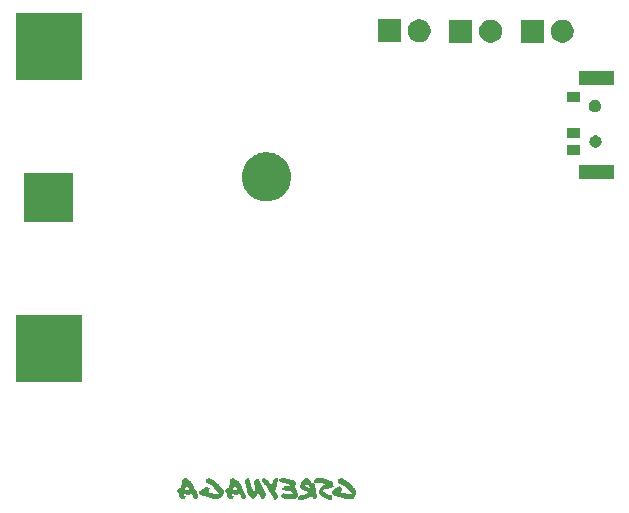
<source format=gbs>
G04 #@! TF.GenerationSoftware,KiCad,Pcbnew,6.0.0-rc1-unknown-5b3202d~66~ubuntu16.04.1*
G04 #@! TF.CreationDate,2018-12-07T08:51:36-07:00
G04 #@! TF.ProjectId,MakerCozumel,4d616b65-7243-46f7-9a75-6d656c2e6b69,rev?*
G04 #@! TF.SameCoordinates,Original*
G04 #@! TF.FileFunction,Soldermask,Bot*
G04 #@! TF.FilePolarity,Negative*
%FSLAX46Y46*%
G04 Gerber Fmt 4.6, Leading zero omitted, Abs format (unit mm)*
G04 Created by KiCad (PCBNEW 6.0.0-rc1-unknown-5b3202d~66~ubuntu16.04.1) date Fri 07 Dec 2018 08:51:36 AM MST*
%MOMM*%
%LPD*%
G04 APERTURE LIST*
%ADD10C,0.100000*%
G04 APERTURE END LIST*
D10*
G04 #@! TO.C,svg2mod*
G36*
X131042127Y-125450380D02*
G01*
X131890797Y-124942327D01*
X131732201Y-124930580D01*
X131570669Y-124904146D01*
X131614725Y-124722055D01*
X131664651Y-124531153D01*
X131682274Y-124560522D01*
X131796815Y-124698558D01*
X131887860Y-124842470D01*
X131923105Y-124895337D01*
X131955409Y-124948205D01*
X131923105Y-124945282D01*
X131890795Y-124942359D01*
X131890797Y-124942327D01*
X131042127Y-125450380D01*
X131094994Y-125553174D01*
X131174293Y-125644219D01*
X131274149Y-125708832D01*
X131391628Y-125738201D01*
X131444495Y-125717644D01*
X131470929Y-125700021D01*
X131488551Y-125691210D01*
X131500297Y-125682399D01*
X131535542Y-125667711D01*
X131523796Y-125629531D01*
X131526719Y-125594286D01*
X131561964Y-125556106D01*
X131579586Y-125538484D01*
X131594274Y-125520861D01*
X131644200Y-125465059D01*
X131564903Y-125444501D01*
X131467983Y-125391634D01*
X131447425Y-125282966D01*
X131547282Y-125280044D01*
X131626579Y-125300601D01*
X131735247Y-125327035D01*
X131852726Y-125335846D01*
X131896782Y-125335846D01*
X131940838Y-125330000D01*
X131970207Y-125324155D01*
X131981953Y-125288910D01*
X131993699Y-125277163D01*
X132026009Y-125238983D01*
X132031855Y-125174370D01*
X132049478Y-125121503D01*
X132075911Y-125194927D01*
X132087658Y-125224296D01*
X132117026Y-125230142D01*
X132125838Y-125244829D01*
X132128760Y-125259516D01*
X132143448Y-125309443D01*
X132155194Y-125321189D01*
X132166940Y-125330000D01*
X132181628Y-125382868D01*
X132199250Y-125432794D01*
X132225684Y-125509155D01*
X132231530Y-125579641D01*
X132243276Y-125611951D01*
X132275586Y-125641320D01*
X132310831Y-125658943D01*
X132328453Y-125670689D01*
X132343141Y-125676535D01*
X132351952Y-125708838D01*
X132387197Y-125714684D01*
X132434188Y-125723495D01*
X132463557Y-125726418D01*
X132492926Y-125723495D01*
X132542852Y-125682380D01*
X132583967Y-125650070D01*
X132613336Y-125597203D01*
X132619182Y-125564899D01*
X132625027Y-125535530D01*
X132633839Y-125517908D01*
X132672019Y-125482663D01*
X132639709Y-125456229D01*
X132636786Y-125406303D01*
X132513434Y-125118481D01*
X132375397Y-124836533D01*
X132331340Y-124742551D01*
X132284349Y-124648568D01*
X132287272Y-124628011D01*
X132281426Y-124601577D01*
X132228559Y-124513468D01*
X132187444Y-124431233D01*
X132140452Y-124334313D01*
X132075839Y-124237394D01*
X132028848Y-124216836D01*
X132008291Y-124210991D01*
X131981857Y-124205145D01*
X131937801Y-124210991D01*
X131793890Y-124105260D01*
X131667601Y-123937853D01*
X131638232Y-123896738D01*
X131600052Y-123920231D01*
X131558937Y-123937853D01*
X131503134Y-123952541D01*
X131403278Y-123978974D01*
X131326917Y-124023031D01*
X131306359Y-124093517D01*
X131297548Y-124140509D01*
X131282861Y-124240365D01*
X131271115Y-124351969D01*
X131247616Y-124451826D01*
X131227058Y-124548745D01*
X131197690Y-124686783D01*
X131159510Y-124810135D01*
X131130141Y-124813058D01*
X131100772Y-124804246D01*
X131062592Y-124798401D01*
X131030288Y-124795478D01*
X131018542Y-124824847D01*
X130989173Y-124854215D01*
X130933371Y-124871838D01*
X130901061Y-124898272D01*
X130877568Y-124915894D01*
X130833512Y-124933516D01*
X130857005Y-124977573D01*
X130942176Y-125080366D01*
X131062592Y-125159664D01*
X131059669Y-125194909D01*
X131050858Y-125227213D01*
X131036170Y-125330006D01*
X131036170Y-125438674D01*
X131042016Y-125450420D01*
X131042127Y-125450380D01*
X131042127Y-125450380D01*
G37*
G36*
X132743120Y-125168432D02*
G01*
X132928149Y-125365208D01*
X133180727Y-125479750D01*
X133471486Y-125559047D01*
X133762245Y-125650093D01*
X133835669Y-125653016D01*
X133894407Y-125661827D01*
X133947274Y-125670638D01*
X134006011Y-125676484D01*
X134020699Y-125682330D01*
X134029510Y-125694076D01*
X134120556Y-125702887D01*
X134185169Y-125702887D01*
X134258593Y-125711699D01*
X134323206Y-125720510D01*
X134669767Y-125564851D01*
X134807804Y-125159551D01*
X134813650Y-125141928D01*
X134825396Y-125133117D01*
X134819551Y-125083191D01*
X134816628Y-125030323D01*
X134643347Y-124730754D01*
X134411328Y-124484049D01*
X134376083Y-124448804D01*
X134349649Y-124413559D01*
X134317345Y-124384190D01*
X134273289Y-124363633D01*
X134126441Y-124234407D01*
X133947287Y-124122802D01*
X133762258Y-124014135D01*
X133591915Y-123890782D01*
X133544924Y-123899593D01*
X133512620Y-123899593D01*
X133456817Y-123961269D01*
X133383394Y-123999449D01*
X133312907Y-124043505D01*
X133262981Y-124113992D01*
X133280603Y-124128680D01*
X133271792Y-124155113D01*
X133268869Y-124181547D01*
X133289426Y-124193293D01*
X133271804Y-124210916D01*
X133254181Y-124225603D01*
X133262993Y-124249096D01*
X133262993Y-124278465D01*
X133395156Y-124351888D01*
X133544940Y-124428250D01*
X133706473Y-124513421D01*
X133868006Y-124616214D01*
X134029538Y-124748378D01*
X134188134Y-124898163D01*
X134332045Y-125062632D01*
X134446586Y-125227102D01*
X134434840Y-125250594D01*
X134420152Y-125271152D01*
X134246872Y-125271152D01*
X134082403Y-125279963D01*
X134070656Y-125262341D01*
X134055975Y-125244718D01*
X133744657Y-125191851D01*
X133450961Y-125112553D01*
X133495018Y-125097865D01*
X133530262Y-125083184D01*
X133530262Y-125059691D01*
X133500894Y-125036193D01*
X133568444Y-124977455D01*
X133597812Y-124883472D01*
X133580190Y-124848227D01*
X133597812Y-124815917D01*
X133612494Y-124815917D01*
X133618340Y-124824728D01*
X133621262Y-124836475D01*
X133635950Y-124833552D01*
X133624204Y-124789496D01*
X133606581Y-124748381D01*
X133403931Y-124613281D01*
X133324633Y-124666148D01*
X133227714Y-124721951D01*
X133121983Y-124777753D01*
X133019189Y-124830620D01*
X132945766Y-124877612D01*
X132884089Y-124939288D01*
X132825352Y-124998025D01*
X132751927Y-125047952D01*
X132749005Y-125109628D01*
X132743159Y-125168366D01*
X132743120Y-125168432D01*
X132743120Y-125168432D01*
G37*
G36*
X135098150Y-125450380D02*
G01*
X135946831Y-124942327D01*
X135788235Y-124930580D01*
X135626702Y-124904146D01*
X135670758Y-124722055D01*
X135720685Y-124531153D01*
X135738307Y-124560522D01*
X135852848Y-124698558D01*
X135943894Y-124842470D01*
X135979139Y-124895337D01*
X136011449Y-124948205D01*
X135979139Y-124945282D01*
X135946835Y-124942359D01*
X135946831Y-124942327D01*
X135098150Y-125450380D01*
X135151017Y-125553174D01*
X135230315Y-125644219D01*
X135330172Y-125708832D01*
X135447650Y-125738201D01*
X135500517Y-125717644D01*
X135526951Y-125700021D01*
X135544574Y-125691210D01*
X135556320Y-125682399D01*
X135591565Y-125667711D01*
X135579819Y-125629531D01*
X135582741Y-125594286D01*
X135617986Y-125556106D01*
X135635609Y-125538484D01*
X135650296Y-125520861D01*
X135700223Y-125465059D01*
X135620925Y-125444501D01*
X135524005Y-125391634D01*
X135503448Y-125282966D01*
X135603304Y-125280044D01*
X135682603Y-125300601D01*
X135791270Y-125327035D01*
X135908748Y-125335846D01*
X135952804Y-125335846D01*
X135996861Y-125330000D01*
X136026229Y-125324155D01*
X136037976Y-125288910D01*
X136049722Y-125277163D01*
X136082032Y-125238983D01*
X136087878Y-125174370D01*
X136105500Y-125121503D01*
X136131934Y-125194927D01*
X136143680Y-125224296D01*
X136173049Y-125230142D01*
X136181860Y-125244829D01*
X136184783Y-125259516D01*
X136199470Y-125309443D01*
X136211217Y-125321189D01*
X136222963Y-125330000D01*
X136237650Y-125382868D01*
X136255273Y-125432794D01*
X136281707Y-125509155D01*
X136287552Y-125579641D01*
X136299299Y-125611951D01*
X136331602Y-125641320D01*
X136366847Y-125658943D01*
X136384470Y-125670689D01*
X136399157Y-125676535D01*
X136407968Y-125708838D01*
X136443213Y-125714684D01*
X136490205Y-125723495D01*
X136519573Y-125726418D01*
X136548942Y-125723495D01*
X136598868Y-125682380D01*
X136639984Y-125650070D01*
X136669352Y-125597203D01*
X136675198Y-125564899D01*
X136681044Y-125535530D01*
X136689855Y-125517908D01*
X136728035Y-125482663D01*
X136695731Y-125456229D01*
X136692808Y-125406303D01*
X136569456Y-125118481D01*
X136431419Y-124836533D01*
X136387363Y-124742551D01*
X136340372Y-124648568D01*
X136343294Y-124628011D01*
X136337449Y-124601577D01*
X136284581Y-124513468D01*
X136243466Y-124431233D01*
X136196475Y-124334313D01*
X136131862Y-124237394D01*
X136084871Y-124216836D01*
X136064313Y-124210991D01*
X136037879Y-124205145D01*
X135993823Y-124210991D01*
X135849912Y-124105260D01*
X135723623Y-123937853D01*
X135694254Y-123896738D01*
X135656074Y-123920231D01*
X135614959Y-123937853D01*
X135559156Y-123952541D01*
X135459300Y-123978974D01*
X135382939Y-124023031D01*
X135362381Y-124093517D01*
X135353570Y-124140509D01*
X135338883Y-124240365D01*
X135327136Y-124351969D01*
X135303644Y-124451826D01*
X135283086Y-124548745D01*
X135253718Y-124686783D01*
X135215538Y-124810135D01*
X135186169Y-124813058D01*
X135156800Y-124804246D01*
X135118620Y-124798401D01*
X135086310Y-124795478D01*
X135074564Y-124824847D01*
X135045195Y-124854215D01*
X134989393Y-124871838D01*
X134957089Y-124898272D01*
X134933590Y-124915894D01*
X134889534Y-124933516D01*
X134913033Y-124977573D01*
X134998204Y-125080366D01*
X135118619Y-125159664D01*
X135115697Y-125194909D01*
X135106885Y-125227213D01*
X135092204Y-125330006D01*
X135092204Y-125438674D01*
X135098050Y-125450420D01*
X135098150Y-125450380D01*
X135098150Y-125450380D01*
G37*
G36*
X137747286Y-125162558D02*
G01*
X137785466Y-125194868D01*
X137808958Y-125244794D01*
X137829516Y-125294721D01*
X137858885Y-125315278D01*
X137876507Y-125356393D01*
X137900006Y-125394573D01*
X137917628Y-125435688D01*
X137911783Y-125485615D01*
X137941151Y-125535541D01*
X137955839Y-125597217D01*
X137979331Y-125647143D01*
X138043944Y-125664766D01*
X138046867Y-125679453D01*
X138038056Y-125700011D01*
X138087982Y-125702934D01*
X138126162Y-125717615D01*
X138220145Y-125655939D01*
X138284758Y-125559019D01*
X138334684Y-125447415D01*
X138375799Y-125350496D01*
X138372876Y-125288819D01*
X138393434Y-125235952D01*
X138357044Y-125158948D01*
X138319826Y-125080661D01*
X138281786Y-125001087D01*
X138242918Y-124920229D01*
X138203222Y-124838086D01*
X138162704Y-124754658D01*
X138121357Y-124669945D01*
X138079183Y-124583947D01*
X138036874Y-124497445D01*
X137995114Y-124411217D01*
X137953901Y-124325265D01*
X137913243Y-124239589D01*
X137873132Y-124154188D01*
X137833576Y-124069062D01*
X137794568Y-123984211D01*
X137756114Y-123899636D01*
X137623951Y-123961312D01*
X137503535Y-124037673D01*
X137409553Y-124140467D01*
X137359627Y-124266755D01*
X137374314Y-124281443D01*
X137386060Y-124284366D01*
X137374314Y-124304923D01*
X137374314Y-124316670D01*
X137374314Y-124334292D01*
X137365503Y-124360726D01*
X137383125Y-124363649D01*
X137400748Y-124363649D01*
X137394902Y-124416516D01*
X137406648Y-124454696D01*
X137421336Y-124489941D01*
X137418413Y-124536932D01*
X137433100Y-124542778D01*
X137438946Y-124551589D01*
X137447757Y-124560400D01*
X137459504Y-124560400D01*
X137453658Y-124689627D01*
X137459504Y-124821790D01*
X137456581Y-124959827D01*
X137436023Y-125106675D01*
X137268617Y-124948078D01*
X137165823Y-124730744D01*
X137104147Y-124472292D01*
X137060091Y-124190344D01*
X137018976Y-124125731D01*
X136992542Y-124046432D01*
X136969049Y-123961261D01*
X136939681Y-123881963D01*
X136866256Y-123911332D01*
X136807519Y-123958323D01*
X136751716Y-124005314D01*
X136678293Y-124031748D01*
X136613680Y-124128667D01*
X136575500Y-124228524D01*
X136598992Y-124281392D01*
X136613680Y-124340129D01*
X136637172Y-124395932D01*
X136678287Y-124437047D01*
X136701780Y-124578021D01*
X136728213Y-124701373D01*
X136748771Y-124830599D01*
X136754617Y-124974510D01*
X136804543Y-125118421D01*
X136845658Y-125256458D01*
X136919082Y-125347504D01*
X136974885Y-125453234D01*
X136989572Y-125459080D01*
X137010130Y-125450269D01*
X137010130Y-125467891D01*
X137018941Y-125479637D01*
X137024787Y-125491384D01*
X137018941Y-125514882D01*
X137092365Y-125564809D01*
X137162852Y-125623546D01*
X137250961Y-125658791D01*
X137383124Y-125638233D01*
X137597522Y-125435584D01*
X137747307Y-125162446D01*
X137747286Y-125162558D01*
X137747286Y-125162558D01*
G37*
G36*
X138613688Y-124927602D02*
G01*
X138648933Y-124971658D01*
X138678302Y-125021584D01*
X138710606Y-125083261D01*
X138754662Y-125136128D01*
X138784031Y-125206615D01*
X138831022Y-125262417D01*
X138969059Y-125517932D01*
X138986681Y-125570800D01*
X139013115Y-125617791D01*
X139024861Y-125638349D01*
X139033672Y-125653036D01*
X139039518Y-125682405D01*
X139071828Y-125723520D01*
X139104132Y-125755824D01*
X139124689Y-125779316D01*
X139168746Y-125796939D01*
X139430135Y-125567856D01*
X139427212Y-125538487D01*
X139418401Y-125509119D01*
X139406655Y-125473874D01*
X139380221Y-125391639D01*
X139330295Y-125318215D01*
X139303861Y-125253602D01*
X139233374Y-125115565D01*
X139168761Y-125003961D01*
X139130581Y-124939348D01*
X139201068Y-124854176D01*
X139268618Y-124713202D01*
X139309733Y-124592786D01*
X139318545Y-124528173D01*
X139330291Y-124472371D01*
X139344978Y-124407758D01*
X139350824Y-124340208D01*
X139368447Y-124299093D01*
X139362601Y-124269724D01*
X139359678Y-124216857D01*
X139374365Y-124146370D01*
X139389053Y-124081757D01*
X139391976Y-124011270D01*
X139374353Y-123946657D01*
X139318551Y-123890854D01*
X139268624Y-123887931D01*
X139218698Y-123917300D01*
X139168772Y-123943734D01*
X139107096Y-123973102D01*
X139045420Y-124011282D01*
X139024862Y-124052398D01*
X138986682Y-124084701D01*
X138986682Y-124117011D01*
X138983760Y-124149315D01*
X138972013Y-124196306D01*
X138960267Y-124231551D01*
X138951456Y-124310849D01*
X138933833Y-124378399D01*
X138916211Y-124445949D01*
X138913288Y-124522310D01*
X138883919Y-124501752D01*
X138872173Y-124492941D01*
X138860427Y-124484130D01*
X138687146Y-124249174D01*
X138692992Y-124219805D01*
X138631316Y-124161067D01*
X138587260Y-124117011D01*
X138549080Y-124072955D01*
X138516770Y-124049456D01*
X138249507Y-123867365D01*
X138208392Y-123861519D01*
X138196646Y-123899699D01*
X138149654Y-123958437D01*
X138070356Y-124008363D01*
X138043923Y-124025986D01*
X138029235Y-124070042D01*
X138032158Y-124096476D01*
X138020412Y-124125844D01*
X138079149Y-124228638D01*
X138143762Y-124287376D01*
X138193689Y-124331432D01*
X138225992Y-124378423D01*
X138246550Y-124401922D01*
X138325848Y-124495904D01*
X138334659Y-124531149D01*
X138369904Y-124531149D01*
X138384592Y-124542895D01*
X138413960Y-124592822D01*
X138443329Y-124631002D01*
X138458017Y-124645689D01*
X138466828Y-124669182D01*
X138475639Y-124692674D01*
X138522630Y-124751412D01*
X138543188Y-124792527D01*
X138566680Y-124839518D01*
X138598984Y-124883574D01*
X138613672Y-124927631D01*
X138613688Y-124927602D01*
X138613688Y-124927602D01*
G37*
G36*
X139483027Y-124043577D02*
G01*
X139483027Y-124075887D01*
X139485950Y-124093510D01*
X139485950Y-124114067D01*
X139480104Y-124143436D01*
X139624015Y-124281473D01*
X139797296Y-124334340D01*
X139991135Y-124366650D01*
X140184974Y-124443011D01*
X140255461Y-124443011D01*
X140343570Y-124451822D01*
X140387626Y-124478256D01*
X140440494Y-124492943D01*
X140431682Y-124548745D01*
X140422871Y-124592802D01*
X140196725Y-124589879D01*
X139950021Y-124575191D01*
X139952943Y-124595749D01*
X139955866Y-124610436D01*
X139914751Y-124648616D01*
X139873636Y-124689731D01*
X139832521Y-124724976D01*
X139779654Y-124733788D01*
X139764966Y-124786655D01*
X139770812Y-124842457D01*
X139864794Y-124910007D01*
X139964651Y-124968745D01*
X140073319Y-125012801D01*
X140199608Y-125024547D01*
X140223101Y-125024547D01*
X140240723Y-125015736D01*
X140308274Y-125024547D01*
X140372886Y-125033359D01*
X140452184Y-125021612D01*
X140531482Y-125009866D01*
X140616654Y-125142029D01*
X140684204Y-125291814D01*
X140519734Y-125303560D01*
X140393445Y-125294749D01*
X140273030Y-125280068D01*
X140117371Y-125274222D01*
X139979334Y-125233107D01*
X139829550Y-125197862D01*
X139788434Y-125230166D01*
X139756125Y-125271281D01*
X139720880Y-125303591D01*
X139676823Y-125315337D01*
X139662136Y-125344706D01*
X139653325Y-125374075D01*
X139644514Y-125400508D01*
X139618080Y-125406354D01*
X139720874Y-125556139D01*
X139850100Y-125632500D01*
X140014569Y-125673615D01*
X140211345Y-125708860D01*
X140255401Y-125705938D01*
X140296517Y-125700092D01*
X140458049Y-125726525D01*
X140648951Y-125735337D01*
X140833980Y-125708903D01*
X140977891Y-125632542D01*
X141010201Y-125585551D01*
X141048381Y-125541495D01*
X141060127Y-125456324D01*
X141077749Y-125359404D01*
X141092431Y-125256610D01*
X141086585Y-125165564D01*
X141051340Y-125086267D01*
X141030783Y-125009906D01*
X141013160Y-124995224D01*
X140989667Y-124983478D01*
X140951487Y-124883621D01*
X140910372Y-124792576D01*
X140866316Y-124704467D01*
X140822260Y-124601674D01*
X140883936Y-124519439D01*
X140910370Y-124428393D01*
X140925057Y-124334410D01*
X140945615Y-124234554D01*
X140875127Y-124164067D01*
X140781145Y-124117076D01*
X140672478Y-124087707D01*
X140549126Y-124061273D01*
X140340601Y-124002536D01*
X140158510Y-123970232D01*
X139970545Y-123943798D01*
X139750273Y-123908553D01*
X139700346Y-123934987D01*
X139673913Y-123920300D01*
X139659225Y-123902677D01*
X139585802Y-123987849D01*
X139483008Y-124043651D01*
X139483027Y-124043577D01*
X139483027Y-124043577D01*
G37*
G36*
X142276075Y-125391641D02*
G01*
X142111602Y-124748475D01*
X141897204Y-124692673D01*
X141685743Y-124604564D01*
X141750356Y-124457716D01*
X141856087Y-124384292D01*
X141856089Y-124384293D01*
X141929513Y-124469464D01*
X142005874Y-124548762D01*
X142070487Y-124636871D01*
X142111602Y-124748475D01*
X142276075Y-125391641D01*
X142334812Y-125570796D01*
X142408237Y-125694147D01*
X142461104Y-125702959D01*
X142493414Y-125729392D01*
X142531594Y-125729392D01*
X142552152Y-125714705D01*
X142575650Y-125700017D01*
X142613830Y-125694172D01*
X142628518Y-125650116D01*
X142666698Y-125635428D01*
X142663775Y-125597248D01*
X142672586Y-125567879D01*
X142678432Y-125541446D01*
X142675509Y-125506201D01*
X142699001Y-125485643D01*
X142719559Y-125444528D01*
X142701937Y-125344672D01*
X142681379Y-125256563D01*
X142657886Y-125174328D01*
X142666698Y-125089156D01*
X142649075Y-125086233D01*
X142640264Y-125050988D01*
X142637341Y-125006932D01*
X142640264Y-124968752D01*
X142593273Y-124813094D01*
X142558028Y-124651561D01*
X142522783Y-124495902D01*
X142475792Y-124354928D01*
X142405305Y-124363739D01*
X142355378Y-124396043D01*
X142220278Y-124255069D01*
X142099863Y-124090599D01*
X141964763Y-123949626D01*
X141773861Y-123876202D01*
X141644635Y-123967248D01*
X141524219Y-124084726D01*
X141486039Y-124111159D01*
X141444924Y-124137593D01*
X141444924Y-124172838D01*
X141389122Y-124249199D01*
X141348007Y-124340245D01*
X141312762Y-124437164D01*
X141271647Y-124528210D01*
X141277492Y-124554644D01*
X141274569Y-124575201D01*
X141265758Y-124598700D01*
X141265758Y-124631004D01*
X141350930Y-124839527D01*
X141530084Y-124971691D01*
X141756230Y-125056862D01*
X141973565Y-125133223D01*
X141964754Y-125144970D01*
X141955942Y-125159657D01*
X141844338Y-125230144D01*
X141767978Y-125274200D01*
X141688679Y-125306510D01*
X141568264Y-125335879D01*
X141450786Y-125365248D01*
X141371488Y-125382870D01*
X141301001Y-125394616D01*
X141195270Y-125403428D01*
X141151214Y-125468041D01*
X141124780Y-125541465D01*
X141121857Y-125611952D01*
X141142415Y-125664819D01*
X141130669Y-125673631D01*
X141107170Y-125673631D01*
X141136539Y-125702999D01*
X141160031Y-125738244D01*
X141186465Y-125767613D01*
X141227580Y-125785236D01*
X141456663Y-125788158D01*
X141806161Y-125676554D01*
X141979441Y-125606067D01*
X142093982Y-125544391D01*
X142182091Y-125476841D01*
X142276074Y-125391669D01*
X142276075Y-125391641D01*
X142276075Y-125391641D01*
G37*
G36*
X144102863Y-124375453D02*
G01*
X144038249Y-124269723D01*
X143938393Y-124196299D01*
X143823851Y-124143432D01*
X143712247Y-124108187D01*
X143462606Y-124014204D01*
X143189468Y-123931969D01*
X142901647Y-123887913D01*
X142593266Y-123923158D01*
X142566832Y-123978960D01*
X142531587Y-124031828D01*
X142496342Y-124084695D01*
X142478720Y-124134622D01*
X142431729Y-124193359D01*
X142425883Y-124272657D01*
X142484620Y-124316713D01*
X142543358Y-124349017D01*
X142763630Y-124331395D01*
X142963343Y-124346082D01*
X143027956Y-124319648D01*
X143104317Y-124331395D01*
X143183615Y-124354887D01*
X143257038Y-124360733D01*
X143330463Y-124393037D01*
X143421508Y-124404783D01*
X143415663Y-124425341D01*
X143412740Y-124442963D01*
X143368684Y-124472332D01*
X143309946Y-124489954D01*
X143254144Y-124513447D01*
X143221840Y-124554562D01*
X143145479Y-124575120D01*
X143092611Y-124625046D01*
X143063242Y-124689659D01*
X143051496Y-124748396D01*
X143030939Y-124768954D01*
X143004505Y-124780700D01*
X142960449Y-124859998D01*
X142904646Y-124945170D01*
X142895835Y-125077333D01*
X142916392Y-125191875D01*
X143039745Y-125385713D01*
X143215962Y-125538435D01*
X143424486Y-125650039D01*
X143641821Y-125729338D01*
X143665320Y-125729338D01*
X143671165Y-125714650D01*
X143724033Y-125741084D01*
X143782770Y-125744007D01*
X143850320Y-125741084D01*
X143911997Y-125744007D01*
X143950177Y-125702892D01*
X143973669Y-125655900D01*
X143988357Y-125641213D01*
X143997168Y-125626526D01*
X143982480Y-125594222D01*
X143991292Y-125585411D01*
X144003038Y-125579565D01*
X144005961Y-125564883D01*
X143997150Y-125512016D01*
X144002995Y-125447403D01*
X144000072Y-125385727D01*
X143956016Y-125338735D01*
X143768051Y-125332890D01*
X143597708Y-125277087D01*
X143447923Y-125200727D01*
X143304012Y-125127303D01*
X143280513Y-125083247D01*
X143245268Y-125050937D01*
X143212958Y-125018633D01*
X143192401Y-124974577D01*
X143204147Y-124951078D01*
X143215894Y-124927585D01*
X143248197Y-124918774D01*
X143374487Y-124865907D01*
X143494902Y-124815981D01*
X143556578Y-124824792D01*
X143627065Y-124807169D01*
X143820904Y-124786612D01*
X143997122Y-124733744D01*
X144011809Y-124707311D01*
X144044113Y-124701465D01*
X144079358Y-124657409D01*
X144111662Y-124607482D01*
X144102850Y-124548745D01*
X144120473Y-124498819D01*
X144102850Y-124437142D01*
X144102850Y-124375466D01*
X144102863Y-124375453D01*
X144102863Y-124375453D01*
G37*
G36*
X143944267Y-125168432D02*
G01*
X144025768Y-125280771D01*
X144129295Y-125365208D01*
X144249711Y-125427619D01*
X144381874Y-125479749D01*
X144523582Y-125521601D01*
X144672632Y-125559044D01*
X144820214Y-125599429D01*
X144963391Y-125650092D01*
X145002302Y-125650823D01*
X145036810Y-125653015D01*
X145066179Y-125656668D01*
X145095547Y-125661844D01*
X145121981Y-125665498D01*
X145148415Y-125670674D01*
X145176316Y-125673597D01*
X145207152Y-125676519D01*
X145216700Y-125676519D01*
X145221815Y-125682365D01*
X145225469Y-125688211D01*
X145230645Y-125694118D01*
X145278373Y-125700724D01*
X145300587Y-125702369D01*
X145321699Y-125702919D01*
X145337853Y-125702919D01*
X145354008Y-125702919D01*
X145370163Y-125702919D01*
X145386318Y-125702919D01*
X145404123Y-125703470D01*
X145422294Y-125705114D01*
X145440836Y-125707854D01*
X145459743Y-125711690D01*
X145477000Y-125716622D01*
X145493521Y-125719728D01*
X145509304Y-125721007D01*
X145524357Y-125720457D01*
X145628619Y-125706324D01*
X145721133Y-125675670D01*
X145801899Y-125628496D01*
X145870918Y-125564800D01*
X145925801Y-125484401D01*
X145967099Y-125390051D01*
X145994817Y-125281750D01*
X146008951Y-125159499D01*
X146008220Y-125152893D01*
X146008951Y-125147778D01*
X146011143Y-125144124D01*
X146014796Y-125141932D01*
X146017719Y-125140288D01*
X146020642Y-125138278D01*
X146023565Y-125135903D01*
X146026488Y-125133163D01*
X146026123Y-125119030D01*
X146025027Y-125105999D01*
X146023200Y-125094070D01*
X146020642Y-125083243D01*
X146017171Y-125072227D01*
X146015527Y-125059744D01*
X146015715Y-125045794D01*
X146017725Y-125030376D01*
X145978260Y-124951078D01*
X145936225Y-124874717D01*
X145891621Y-124801293D01*
X145844447Y-124730806D01*
X145793602Y-124662522D01*
X145737982Y-124598643D01*
X145677588Y-124539169D01*
X145612424Y-124484103D01*
X145602511Y-124475292D01*
X145593334Y-124466481D01*
X145584888Y-124457669D01*
X145577179Y-124448858D01*
X145570018Y-124440047D01*
X145563223Y-124431236D01*
X145556798Y-124422424D01*
X145550770Y-124413613D01*
X145543244Y-124405167D01*
X145535352Y-124397458D01*
X145518466Y-124384244D01*
X145498639Y-124371761D01*
X145474410Y-124363687D01*
X145406860Y-124296137D01*
X145327562Y-124234461D01*
X145240188Y-124177191D01*
X145148408Y-124122856D01*
X145055159Y-124067790D01*
X144963379Y-124014192D01*
X144873802Y-123955454D01*
X144793036Y-123890841D01*
X144765135Y-123900389D01*
X144746045Y-123899659D01*
X144730626Y-123896736D01*
X144713741Y-123899659D01*
X144689511Y-123937108D01*
X144657938Y-123961337D01*
X144620489Y-123979690D01*
X144584513Y-123999517D01*
X144547801Y-124019344D01*
X144514023Y-124043573D01*
X144485385Y-124074410D01*
X144464097Y-124114057D01*
X144477317Y-124117711D01*
X144481701Y-124128726D01*
X144478048Y-124141210D01*
X144472872Y-124155160D01*
X144469218Y-124167643D01*
X144469949Y-124181594D01*
X144475064Y-124190405D01*
X144490482Y-124193328D01*
X144484636Y-124205074D01*
X144472878Y-124210920D01*
X144459664Y-124214574D01*
X144455280Y-124225589D01*
X144457472Y-124238803D01*
X144464079Y-124249082D01*
X144467002Y-124260828D01*
X144464079Y-124278451D01*
X144526488Y-124315894D01*
X144596242Y-124351869D01*
X144668931Y-124388582D01*
X144746026Y-124428229D01*
X144824590Y-124468614D01*
X144907559Y-124513401D01*
X144989060Y-124561129D01*
X145069092Y-124616194D01*
X145149124Y-124678604D01*
X145230624Y-124748357D01*
X145311391Y-124821047D01*
X145350673Y-124859045D01*
X145389219Y-124898144D01*
X145426851Y-124938157D01*
X145463380Y-124978907D01*
X145498808Y-125020393D01*
X145533134Y-125062611D01*
X145565626Y-125103726D01*
X145595549Y-125144841D01*
X145622896Y-125185956D01*
X145647674Y-125227071D01*
X145644751Y-125234049D01*
X145641828Y-125240291D01*
X145638905Y-125245771D01*
X145635982Y-125250521D01*
X145631780Y-125253992D01*
X145627944Y-125258559D01*
X145624473Y-125264222D01*
X145621368Y-125271023D01*
X145575296Y-125273216D01*
X145531057Y-125273946D01*
X145488657Y-125273216D01*
X145448090Y-125271023D01*
X145406975Y-125268283D01*
X145365860Y-125268834D01*
X145324745Y-125272670D01*
X145283630Y-125279831D01*
X145279611Y-125276543D01*
X145276323Y-125272524D01*
X145273765Y-125267774D01*
X145271938Y-125262233D01*
X145269929Y-125256753D01*
X145266823Y-125252003D01*
X145262622Y-125247984D01*
X145257263Y-125244696D01*
X145095730Y-125222665D01*
X144945945Y-125191822D01*
X144800566Y-125152905D01*
X144652250Y-125112521D01*
X144675011Y-125104440D01*
X144696306Y-125097834D01*
X144713928Y-125089759D01*
X144731551Y-125083152D01*
X144738894Y-125069938D01*
X144731551Y-125059666D01*
X144715396Y-125047919D01*
X144702182Y-125036167D01*
X144739625Y-125009739D01*
X144769731Y-124977430D01*
X144788821Y-124936308D01*
X144799100Y-124883441D01*
X144785886Y-124867286D01*
X144781501Y-124848196D01*
X144785886Y-124829837D01*
X144799100Y-124815886D01*
X144808648Y-124814425D01*
X144813763Y-124815886D01*
X144816685Y-124819540D01*
X144819608Y-124824716D01*
X144820339Y-124830561D01*
X144822531Y-124836468D01*
X144827646Y-124837199D01*
X144837200Y-124833545D01*
X144832816Y-124809316D01*
X144825466Y-124789489D01*
X144815187Y-124770399D01*
X144807844Y-124748374D01*
X144706519Y-124680824D01*
X144605194Y-124613274D01*
X144569212Y-124638234D01*
X144525893Y-124666141D01*
X144478165Y-124693306D01*
X144428969Y-124721944D01*
X144376102Y-124749108D01*
X144323240Y-124777746D01*
X144269642Y-124804180D01*
X144220447Y-124830614D01*
X144181536Y-124851171D01*
X144147028Y-124877605D01*
X144115455Y-124907711D01*
X144085349Y-124939284D01*
X144055980Y-124968652D01*
X144026612Y-124998021D01*
X143992103Y-125025186D01*
X143953193Y-125047947D01*
X143955385Y-125082456D01*
X143950270Y-125109620D01*
X143944424Y-125136048D01*
X143944445Y-125168358D01*
X143944426Y-125168391D01*
X143944267Y-125168432D01*
X143944267Y-125168432D01*
G37*
G36*
X122841200Y-115803800D02*
G01*
X117188800Y-115803800D01*
X117188800Y-110151400D01*
X122841200Y-110151400D01*
X122841200Y-115803800D01*
X122841200Y-115803800D01*
G37*
G36*
X122091200Y-102253800D02*
G01*
X117938800Y-102253800D01*
X117938800Y-98101400D01*
X122091200Y-98101400D01*
X122091200Y-102253800D01*
X122091200Y-102253800D01*
G37*
G36*
X138768194Y-96375396D02*
G01*
X139035607Y-96428587D01*
X139327852Y-96549639D01*
X139413450Y-96585095D01*
X139668200Y-96755314D01*
X139753502Y-96812311D01*
X140042689Y-97101498D01*
X140042690Y-97101500D01*
X140269905Y-97441550D01*
X140269906Y-97441553D01*
X140426413Y-97819393D01*
X140506200Y-98220513D01*
X140506200Y-98629487D01*
X140426413Y-99030607D01*
X140305361Y-99322852D01*
X140269905Y-99408450D01*
X140099686Y-99663200D01*
X140042689Y-99748502D01*
X139753502Y-100037689D01*
X139668200Y-100094686D01*
X139413450Y-100264905D01*
X139327852Y-100300361D01*
X139035607Y-100421413D01*
X138768194Y-100474604D01*
X138634488Y-100501200D01*
X138225512Y-100501200D01*
X138091806Y-100474604D01*
X137824393Y-100421413D01*
X137532148Y-100300361D01*
X137446550Y-100264905D01*
X137191800Y-100094686D01*
X137106498Y-100037689D01*
X136817311Y-99748502D01*
X136760314Y-99663200D01*
X136590095Y-99408450D01*
X136554639Y-99322852D01*
X136433587Y-99030607D01*
X136353800Y-98629487D01*
X136353800Y-98220513D01*
X136433587Y-97819393D01*
X136590094Y-97441553D01*
X136590095Y-97441550D01*
X136817310Y-97101500D01*
X136817311Y-97101498D01*
X137106498Y-96812311D01*
X137191800Y-96755314D01*
X137446550Y-96585095D01*
X137532148Y-96549639D01*
X137824393Y-96428587D01*
X138091806Y-96375396D01*
X138225512Y-96348800D01*
X138634488Y-96348800D01*
X138768194Y-96375396D01*
X138768194Y-96375396D01*
G37*
G36*
X167816200Y-98596200D02*
G01*
X164863800Y-98596200D01*
X164863800Y-97443800D01*
X167816200Y-97443800D01*
X167816200Y-98596200D01*
X167816200Y-98596200D01*
G37*
G36*
X165016200Y-96596200D02*
G01*
X163863800Y-96596200D01*
X163863800Y-95743800D01*
X165016200Y-95743800D01*
X165016200Y-96596200D01*
X165016200Y-96596200D01*
G37*
G36*
X166443489Y-94914022D02*
G01*
X166539247Y-94953686D01*
X166625434Y-95011275D01*
X166698725Y-95084566D01*
X166756314Y-95170753D01*
X166795978Y-95266511D01*
X166816200Y-95368174D01*
X166816200Y-95471826D01*
X166795978Y-95573489D01*
X166756314Y-95669247D01*
X166698725Y-95755434D01*
X166625434Y-95828725D01*
X166539247Y-95886314D01*
X166443489Y-95925978D01*
X166341826Y-95946200D01*
X166238174Y-95946200D01*
X166136511Y-95925978D01*
X166040753Y-95886314D01*
X165954566Y-95828725D01*
X165881275Y-95755434D01*
X165823686Y-95669247D01*
X165784022Y-95573489D01*
X165763800Y-95471826D01*
X165763800Y-95368174D01*
X165784022Y-95266511D01*
X165823686Y-95170753D01*
X165881275Y-95084566D01*
X165954566Y-95011275D01*
X166040753Y-94953686D01*
X166136511Y-94914022D01*
X166238174Y-94893800D01*
X166341826Y-94893800D01*
X166443489Y-94914022D01*
X166443489Y-94914022D01*
G37*
G36*
X165016200Y-95096200D02*
G01*
X163863800Y-95096200D01*
X163863800Y-94243800D01*
X165016200Y-94243800D01*
X165016200Y-95096200D01*
X165016200Y-95096200D01*
G37*
G36*
X166393489Y-91914022D02*
G01*
X166489247Y-91953686D01*
X166575434Y-92011275D01*
X166648725Y-92084566D01*
X166706314Y-92170753D01*
X166745978Y-92266511D01*
X166766200Y-92368174D01*
X166766200Y-92471826D01*
X166745978Y-92573489D01*
X166706314Y-92669247D01*
X166648725Y-92755434D01*
X166575434Y-92828725D01*
X166489247Y-92886314D01*
X166393489Y-92925978D01*
X166291826Y-92946200D01*
X166188174Y-92946200D01*
X166086511Y-92925978D01*
X165990753Y-92886314D01*
X165904566Y-92828725D01*
X165831275Y-92755434D01*
X165773686Y-92669247D01*
X165734022Y-92573489D01*
X165713800Y-92471826D01*
X165713800Y-92368174D01*
X165734022Y-92266511D01*
X165773686Y-92170753D01*
X165831275Y-92084566D01*
X165904566Y-92011275D01*
X165990753Y-91953686D01*
X166086511Y-91914022D01*
X166188174Y-91893800D01*
X166291826Y-91893800D01*
X166393489Y-91914022D01*
X166393489Y-91914022D01*
G37*
G36*
X165016200Y-92096200D02*
G01*
X163863800Y-92096200D01*
X163863800Y-91243800D01*
X165016200Y-91243800D01*
X165016200Y-92096200D01*
X165016200Y-92096200D01*
G37*
G36*
X167816200Y-90646200D02*
G01*
X164863800Y-90646200D01*
X164863800Y-89493800D01*
X167816200Y-89493800D01*
X167816200Y-90646200D01*
X167816200Y-90646200D01*
G37*
G36*
X122841200Y-90203800D02*
G01*
X117188800Y-90203800D01*
X117188800Y-84551400D01*
X122841200Y-84551400D01*
X122841200Y-90203800D01*
X122841200Y-90203800D01*
G37*
G36*
X163759149Y-85141915D02*
G01*
X163936802Y-85215502D01*
X163936804Y-85215503D01*
X164096691Y-85322336D01*
X164232664Y-85458309D01*
X164322527Y-85592798D01*
X164339498Y-85618198D01*
X164413085Y-85795851D01*
X164450600Y-85984453D01*
X164450600Y-86176747D01*
X164413085Y-86365349D01*
X164350019Y-86517602D01*
X164339497Y-86543004D01*
X164232664Y-86702891D01*
X164096691Y-86838864D01*
X163936804Y-86945697D01*
X163936803Y-86945698D01*
X163936802Y-86945698D01*
X163759149Y-87019285D01*
X163570547Y-87056800D01*
X163378253Y-87056800D01*
X163189651Y-87019285D01*
X163011998Y-86945698D01*
X163011997Y-86945698D01*
X163011996Y-86945697D01*
X162852109Y-86838864D01*
X162716136Y-86702891D01*
X162609303Y-86543004D01*
X162598781Y-86517602D01*
X162535715Y-86365349D01*
X162498200Y-86176747D01*
X162498200Y-85984453D01*
X162535715Y-85795851D01*
X162609302Y-85618198D01*
X162626274Y-85592798D01*
X162716136Y-85458309D01*
X162852109Y-85322336D01*
X163011996Y-85215503D01*
X163011998Y-85215502D01*
X163189651Y-85141915D01*
X163378253Y-85104400D01*
X163570547Y-85104400D01*
X163759149Y-85141915D01*
X163759149Y-85141915D01*
G37*
G36*
X161910600Y-87056800D02*
G01*
X159958200Y-87056800D01*
X159958200Y-85104400D01*
X161910600Y-85104400D01*
X161910600Y-87056800D01*
X161910600Y-87056800D01*
G37*
G36*
X157688549Y-85141915D02*
G01*
X157866202Y-85215502D01*
X157866204Y-85215503D01*
X158026091Y-85322336D01*
X158162064Y-85458309D01*
X158251927Y-85592798D01*
X158268898Y-85618198D01*
X158342485Y-85795851D01*
X158380000Y-85984453D01*
X158380000Y-86176747D01*
X158342485Y-86365349D01*
X158279419Y-86517602D01*
X158268897Y-86543004D01*
X158162064Y-86702891D01*
X158026091Y-86838864D01*
X157866204Y-86945697D01*
X157866203Y-86945698D01*
X157866202Y-86945698D01*
X157688549Y-87019285D01*
X157499947Y-87056800D01*
X157307653Y-87056800D01*
X157119051Y-87019285D01*
X156941398Y-86945698D01*
X156941397Y-86945698D01*
X156941396Y-86945697D01*
X156781509Y-86838864D01*
X156645536Y-86702891D01*
X156538703Y-86543004D01*
X156528181Y-86517602D01*
X156465115Y-86365349D01*
X156427600Y-86176747D01*
X156427600Y-85984453D01*
X156465115Y-85795851D01*
X156538702Y-85618198D01*
X156555674Y-85592798D01*
X156645536Y-85458309D01*
X156781509Y-85322336D01*
X156941396Y-85215503D01*
X156941398Y-85215502D01*
X157119051Y-85141915D01*
X157307653Y-85104400D01*
X157499947Y-85104400D01*
X157688549Y-85141915D01*
X157688549Y-85141915D01*
G37*
G36*
X155840000Y-87056800D02*
G01*
X153887600Y-87056800D01*
X153887600Y-85104400D01*
X155840000Y-85104400D01*
X155840000Y-87056800D01*
X155840000Y-87056800D01*
G37*
G36*
X149794800Y-87031400D02*
G01*
X147842400Y-87031400D01*
X147842400Y-85079000D01*
X149794800Y-85079000D01*
X149794800Y-87031400D01*
X149794800Y-87031400D01*
G37*
G36*
X151643349Y-85116515D02*
G01*
X151821002Y-85190102D01*
X151821004Y-85190103D01*
X151980891Y-85296936D01*
X152116864Y-85432909D01*
X152133836Y-85458309D01*
X152223698Y-85592798D01*
X152297285Y-85770451D01*
X152334800Y-85959053D01*
X152334800Y-86151347D01*
X152297285Y-86339949D01*
X152223698Y-86517602D01*
X152223697Y-86517604D01*
X152116864Y-86677491D01*
X151980891Y-86813464D01*
X151821004Y-86920297D01*
X151821003Y-86920298D01*
X151821002Y-86920298D01*
X151643349Y-86993885D01*
X151454747Y-87031400D01*
X151262453Y-87031400D01*
X151073851Y-86993885D01*
X150896198Y-86920298D01*
X150896197Y-86920298D01*
X150896196Y-86920297D01*
X150736309Y-86813464D01*
X150600336Y-86677491D01*
X150493503Y-86517604D01*
X150493502Y-86517602D01*
X150419915Y-86339949D01*
X150382400Y-86151347D01*
X150382400Y-85959053D01*
X150419915Y-85770451D01*
X150493502Y-85592798D01*
X150583365Y-85458309D01*
X150600336Y-85432909D01*
X150736309Y-85296936D01*
X150896196Y-85190103D01*
X150896198Y-85190102D01*
X151073851Y-85116515D01*
X151262453Y-85079000D01*
X151454747Y-85079000D01*
X151643349Y-85116515D01*
X151643349Y-85116515D01*
G37*
M02*

</source>
